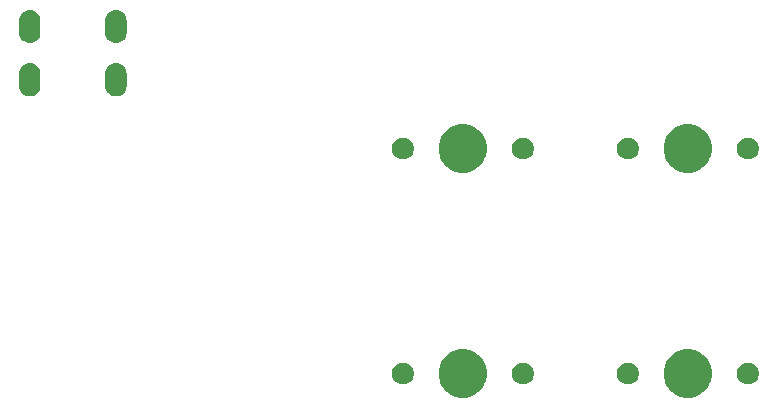
<source format=gts>
G04 #@! TF.GenerationSoftware,KiCad,Pcbnew,(5.1.5)-3*
G04 #@! TF.CreationDate,2020-03-21T14:26:23+08:00*
G04 #@! TF.ProjectId,PCB Design,50434220-4465-4736-9967-6e2e6b696361,rev?*
G04 #@! TF.SameCoordinates,Original*
G04 #@! TF.FileFunction,Soldermask,Top*
G04 #@! TF.FilePolarity,Negative*
%FSLAX46Y46*%
G04 Gerber Fmt 4.6, Leading zero omitted, Abs format (unit mm)*
G04 Created by KiCad (PCBNEW (5.1.5)-3) date 2020-03-21 14:26:23*
%MOMM*%
%LPD*%
G04 APERTURE LIST*
%ADD10C,0.100000*%
G04 APERTURE END LIST*
D10*
G36*
X208558974Y-153608684D02*
G01*
X208776974Y-153698983D01*
X208931123Y-153762833D01*
X209266048Y-153986623D01*
X209550877Y-154271452D01*
X209774667Y-154606377D01*
X209807062Y-154684586D01*
X209928816Y-154978526D01*
X210007400Y-155373594D01*
X210007400Y-155776406D01*
X209928816Y-156171474D01*
X209877951Y-156294272D01*
X209774667Y-156543623D01*
X209550877Y-156878548D01*
X209266048Y-157163377D01*
X208931123Y-157387167D01*
X208776974Y-157451017D01*
X208558974Y-157541316D01*
X208163906Y-157619900D01*
X207761094Y-157619900D01*
X207366026Y-157541316D01*
X207148026Y-157451017D01*
X206993877Y-157387167D01*
X206658952Y-157163377D01*
X206374123Y-156878548D01*
X206150333Y-156543623D01*
X206047049Y-156294272D01*
X205996184Y-156171474D01*
X205917600Y-155776406D01*
X205917600Y-155373594D01*
X205996184Y-154978526D01*
X206117938Y-154684586D01*
X206150333Y-154606377D01*
X206374123Y-154271452D01*
X206658952Y-153986623D01*
X206993877Y-153762833D01*
X207148026Y-153698983D01*
X207366026Y-153608684D01*
X207761094Y-153530100D01*
X208163906Y-153530100D01*
X208558974Y-153608684D01*
G37*
G36*
X227608974Y-153608684D02*
G01*
X227826974Y-153698983D01*
X227981123Y-153762833D01*
X228316048Y-153986623D01*
X228600877Y-154271452D01*
X228824667Y-154606377D01*
X228857062Y-154684586D01*
X228978816Y-154978526D01*
X229057400Y-155373594D01*
X229057400Y-155776406D01*
X228978816Y-156171474D01*
X228927951Y-156294272D01*
X228824667Y-156543623D01*
X228600877Y-156878548D01*
X228316048Y-157163377D01*
X227981123Y-157387167D01*
X227826974Y-157451017D01*
X227608974Y-157541316D01*
X227213906Y-157619900D01*
X226811094Y-157619900D01*
X226416026Y-157541316D01*
X226198026Y-157451017D01*
X226043877Y-157387167D01*
X225708952Y-157163377D01*
X225424123Y-156878548D01*
X225200333Y-156543623D01*
X225097049Y-156294272D01*
X225046184Y-156171474D01*
X224967600Y-155776406D01*
X224967600Y-155373594D01*
X225046184Y-154978526D01*
X225167938Y-154684586D01*
X225200333Y-154606377D01*
X225424123Y-154271452D01*
X225708952Y-153986623D01*
X226043877Y-153762833D01*
X226198026Y-153698983D01*
X226416026Y-153608684D01*
X226811094Y-153530100D01*
X227213906Y-153530100D01*
X227608974Y-153608684D01*
G37*
G36*
X232362604Y-154684585D02*
G01*
X232531126Y-154754389D01*
X232682791Y-154855728D01*
X232811772Y-154984709D01*
X232913111Y-155136374D01*
X232982915Y-155304896D01*
X233018500Y-155483797D01*
X233018500Y-155666203D01*
X232982915Y-155845104D01*
X232913111Y-156013626D01*
X232811772Y-156165291D01*
X232682791Y-156294272D01*
X232531126Y-156395611D01*
X232362604Y-156465415D01*
X232183703Y-156501000D01*
X232001297Y-156501000D01*
X231822396Y-156465415D01*
X231653874Y-156395611D01*
X231502209Y-156294272D01*
X231373228Y-156165291D01*
X231271889Y-156013626D01*
X231202085Y-155845104D01*
X231166500Y-155666203D01*
X231166500Y-155483797D01*
X231202085Y-155304896D01*
X231271889Y-155136374D01*
X231373228Y-154984709D01*
X231502209Y-154855728D01*
X231653874Y-154754389D01*
X231822396Y-154684585D01*
X232001297Y-154649000D01*
X232183703Y-154649000D01*
X232362604Y-154684585D01*
G37*
G36*
X222202604Y-154684585D02*
G01*
X222371126Y-154754389D01*
X222522791Y-154855728D01*
X222651772Y-154984709D01*
X222753111Y-155136374D01*
X222822915Y-155304896D01*
X222858500Y-155483797D01*
X222858500Y-155666203D01*
X222822915Y-155845104D01*
X222753111Y-156013626D01*
X222651772Y-156165291D01*
X222522791Y-156294272D01*
X222371126Y-156395611D01*
X222202604Y-156465415D01*
X222023703Y-156501000D01*
X221841297Y-156501000D01*
X221662396Y-156465415D01*
X221493874Y-156395611D01*
X221342209Y-156294272D01*
X221213228Y-156165291D01*
X221111889Y-156013626D01*
X221042085Y-155845104D01*
X221006500Y-155666203D01*
X221006500Y-155483797D01*
X221042085Y-155304896D01*
X221111889Y-155136374D01*
X221213228Y-154984709D01*
X221342209Y-154855728D01*
X221493874Y-154754389D01*
X221662396Y-154684585D01*
X221841297Y-154649000D01*
X222023703Y-154649000D01*
X222202604Y-154684585D01*
G37*
G36*
X213312604Y-154684585D02*
G01*
X213481126Y-154754389D01*
X213632791Y-154855728D01*
X213761772Y-154984709D01*
X213863111Y-155136374D01*
X213932915Y-155304896D01*
X213968500Y-155483797D01*
X213968500Y-155666203D01*
X213932915Y-155845104D01*
X213863111Y-156013626D01*
X213761772Y-156165291D01*
X213632791Y-156294272D01*
X213481126Y-156395611D01*
X213312604Y-156465415D01*
X213133703Y-156501000D01*
X212951297Y-156501000D01*
X212772396Y-156465415D01*
X212603874Y-156395611D01*
X212452209Y-156294272D01*
X212323228Y-156165291D01*
X212221889Y-156013626D01*
X212152085Y-155845104D01*
X212116500Y-155666203D01*
X212116500Y-155483797D01*
X212152085Y-155304896D01*
X212221889Y-155136374D01*
X212323228Y-154984709D01*
X212452209Y-154855728D01*
X212603874Y-154754389D01*
X212772396Y-154684585D01*
X212951297Y-154649000D01*
X213133703Y-154649000D01*
X213312604Y-154684585D01*
G37*
G36*
X203152604Y-154684585D02*
G01*
X203321126Y-154754389D01*
X203472791Y-154855728D01*
X203601772Y-154984709D01*
X203703111Y-155136374D01*
X203772915Y-155304896D01*
X203808500Y-155483797D01*
X203808500Y-155666203D01*
X203772915Y-155845104D01*
X203703111Y-156013626D01*
X203601772Y-156165291D01*
X203472791Y-156294272D01*
X203321126Y-156395611D01*
X203152604Y-156465415D01*
X202973703Y-156501000D01*
X202791297Y-156501000D01*
X202612396Y-156465415D01*
X202443874Y-156395611D01*
X202292209Y-156294272D01*
X202163228Y-156165291D01*
X202061889Y-156013626D01*
X201992085Y-155845104D01*
X201956500Y-155666203D01*
X201956500Y-155483797D01*
X201992085Y-155304896D01*
X202061889Y-155136374D01*
X202163228Y-154984709D01*
X202292209Y-154855728D01*
X202443874Y-154754389D01*
X202612396Y-154684585D01*
X202791297Y-154649000D01*
X202973703Y-154649000D01*
X203152604Y-154684585D01*
G37*
G36*
X208558974Y-134558684D02*
G01*
X208776974Y-134648983D01*
X208931123Y-134712833D01*
X209266048Y-134936623D01*
X209550877Y-135221452D01*
X209774667Y-135556377D01*
X209807062Y-135634586D01*
X209928816Y-135928526D01*
X210007400Y-136323594D01*
X210007400Y-136726406D01*
X209928816Y-137121474D01*
X209877951Y-137244272D01*
X209774667Y-137493623D01*
X209550877Y-137828548D01*
X209266048Y-138113377D01*
X208931123Y-138337167D01*
X208776974Y-138401017D01*
X208558974Y-138491316D01*
X208163906Y-138569900D01*
X207761094Y-138569900D01*
X207366026Y-138491316D01*
X207148026Y-138401017D01*
X206993877Y-138337167D01*
X206658952Y-138113377D01*
X206374123Y-137828548D01*
X206150333Y-137493623D01*
X206047049Y-137244272D01*
X205996184Y-137121474D01*
X205917600Y-136726406D01*
X205917600Y-136323594D01*
X205996184Y-135928526D01*
X206117938Y-135634586D01*
X206150333Y-135556377D01*
X206374123Y-135221452D01*
X206658952Y-134936623D01*
X206993877Y-134712833D01*
X207148026Y-134648983D01*
X207366026Y-134558684D01*
X207761094Y-134480100D01*
X208163906Y-134480100D01*
X208558974Y-134558684D01*
G37*
G36*
X227608974Y-134558684D02*
G01*
X227826974Y-134648983D01*
X227981123Y-134712833D01*
X228316048Y-134936623D01*
X228600877Y-135221452D01*
X228824667Y-135556377D01*
X228857062Y-135634586D01*
X228978816Y-135928526D01*
X229057400Y-136323594D01*
X229057400Y-136726406D01*
X228978816Y-137121474D01*
X228927951Y-137244272D01*
X228824667Y-137493623D01*
X228600877Y-137828548D01*
X228316048Y-138113377D01*
X227981123Y-138337167D01*
X227826974Y-138401017D01*
X227608974Y-138491316D01*
X227213906Y-138569900D01*
X226811094Y-138569900D01*
X226416026Y-138491316D01*
X226198026Y-138401017D01*
X226043877Y-138337167D01*
X225708952Y-138113377D01*
X225424123Y-137828548D01*
X225200333Y-137493623D01*
X225097049Y-137244272D01*
X225046184Y-137121474D01*
X224967600Y-136726406D01*
X224967600Y-136323594D01*
X225046184Y-135928526D01*
X225167938Y-135634586D01*
X225200333Y-135556377D01*
X225424123Y-135221452D01*
X225708952Y-134936623D01*
X226043877Y-134712833D01*
X226198026Y-134648983D01*
X226416026Y-134558684D01*
X226811094Y-134480100D01*
X227213906Y-134480100D01*
X227608974Y-134558684D01*
G37*
G36*
X213312604Y-135634585D02*
G01*
X213481126Y-135704389D01*
X213632791Y-135805728D01*
X213761772Y-135934709D01*
X213863111Y-136086374D01*
X213932915Y-136254896D01*
X213968500Y-136433797D01*
X213968500Y-136616203D01*
X213932915Y-136795104D01*
X213863111Y-136963626D01*
X213761772Y-137115291D01*
X213632791Y-137244272D01*
X213481126Y-137345611D01*
X213312604Y-137415415D01*
X213133703Y-137451000D01*
X212951297Y-137451000D01*
X212772396Y-137415415D01*
X212603874Y-137345611D01*
X212452209Y-137244272D01*
X212323228Y-137115291D01*
X212221889Y-136963626D01*
X212152085Y-136795104D01*
X212116500Y-136616203D01*
X212116500Y-136433797D01*
X212152085Y-136254896D01*
X212221889Y-136086374D01*
X212323228Y-135934709D01*
X212452209Y-135805728D01*
X212603874Y-135704389D01*
X212772396Y-135634585D01*
X212951297Y-135599000D01*
X213133703Y-135599000D01*
X213312604Y-135634585D01*
G37*
G36*
X203152604Y-135634585D02*
G01*
X203321126Y-135704389D01*
X203472791Y-135805728D01*
X203601772Y-135934709D01*
X203703111Y-136086374D01*
X203772915Y-136254896D01*
X203808500Y-136433797D01*
X203808500Y-136616203D01*
X203772915Y-136795104D01*
X203703111Y-136963626D01*
X203601772Y-137115291D01*
X203472791Y-137244272D01*
X203321126Y-137345611D01*
X203152604Y-137415415D01*
X202973703Y-137451000D01*
X202791297Y-137451000D01*
X202612396Y-137415415D01*
X202443874Y-137345611D01*
X202292209Y-137244272D01*
X202163228Y-137115291D01*
X202061889Y-136963626D01*
X201992085Y-136795104D01*
X201956500Y-136616203D01*
X201956500Y-136433797D01*
X201992085Y-136254896D01*
X202061889Y-136086374D01*
X202163228Y-135934709D01*
X202292209Y-135805728D01*
X202443874Y-135704389D01*
X202612396Y-135634585D01*
X202791297Y-135599000D01*
X202973703Y-135599000D01*
X203152604Y-135634585D01*
G37*
G36*
X222202604Y-135634585D02*
G01*
X222371126Y-135704389D01*
X222522791Y-135805728D01*
X222651772Y-135934709D01*
X222753111Y-136086374D01*
X222822915Y-136254896D01*
X222858500Y-136433797D01*
X222858500Y-136616203D01*
X222822915Y-136795104D01*
X222753111Y-136963626D01*
X222651772Y-137115291D01*
X222522791Y-137244272D01*
X222371126Y-137345611D01*
X222202604Y-137415415D01*
X222023703Y-137451000D01*
X221841297Y-137451000D01*
X221662396Y-137415415D01*
X221493874Y-137345611D01*
X221342209Y-137244272D01*
X221213228Y-137115291D01*
X221111889Y-136963626D01*
X221042085Y-136795104D01*
X221006500Y-136616203D01*
X221006500Y-136433797D01*
X221042085Y-136254896D01*
X221111889Y-136086374D01*
X221213228Y-135934709D01*
X221342209Y-135805728D01*
X221493874Y-135704389D01*
X221662396Y-135634585D01*
X221841297Y-135599000D01*
X222023703Y-135599000D01*
X222202604Y-135634585D01*
G37*
G36*
X232362604Y-135634585D02*
G01*
X232531126Y-135704389D01*
X232682791Y-135805728D01*
X232811772Y-135934709D01*
X232913111Y-136086374D01*
X232982915Y-136254896D01*
X233018500Y-136433797D01*
X233018500Y-136616203D01*
X232982915Y-136795104D01*
X232913111Y-136963626D01*
X232811772Y-137115291D01*
X232682791Y-137244272D01*
X232531126Y-137345611D01*
X232362604Y-137415415D01*
X232183703Y-137451000D01*
X232001297Y-137451000D01*
X231822396Y-137415415D01*
X231653874Y-137345611D01*
X231502209Y-137244272D01*
X231373228Y-137115291D01*
X231271889Y-136963626D01*
X231202085Y-136795104D01*
X231166500Y-136616203D01*
X231166500Y-136433797D01*
X231202085Y-136254896D01*
X231271889Y-136086374D01*
X231373228Y-135934709D01*
X231502209Y-135805728D01*
X231653874Y-135704389D01*
X231822396Y-135634585D01*
X232001297Y-135599000D01*
X232183703Y-135599000D01*
X232362604Y-135634585D01*
G37*
G36*
X171470377Y-129318287D02*
G01*
X171640216Y-129369807D01*
X171796741Y-129453472D01*
X171832479Y-129482802D01*
X171933936Y-129566064D01*
X172017198Y-129667521D01*
X172046528Y-129703259D01*
X172130193Y-129859784D01*
X172181713Y-130029623D01*
X172194750Y-130161992D01*
X172194750Y-131250508D01*
X172181713Y-131382877D01*
X172130193Y-131552716D01*
X172046528Y-131709241D01*
X172017198Y-131744979D01*
X171933936Y-131846436D01*
X171796739Y-131959029D01*
X171640217Y-132042692D01*
X171640215Y-132042693D01*
X171470376Y-132094213D01*
X171293750Y-132111609D01*
X171117123Y-132094213D01*
X170947284Y-132042693D01*
X170790759Y-131959028D01*
X170755021Y-131929698D01*
X170653564Y-131846436D01*
X170540971Y-131709239D01*
X170457308Y-131552717D01*
X170457307Y-131552715D01*
X170405787Y-131382876D01*
X170392750Y-131250507D01*
X170392751Y-130161992D01*
X170405788Y-130029623D01*
X170457308Y-129859784D01*
X170540973Y-129703259D01*
X170570303Y-129667521D01*
X170653565Y-129566064D01*
X170755022Y-129482802D01*
X170790760Y-129453472D01*
X170947285Y-129369807D01*
X171117124Y-129318287D01*
X171293750Y-129300891D01*
X171470377Y-129318287D01*
G37*
G36*
X178770377Y-129318287D02*
G01*
X178940216Y-129369807D01*
X179096741Y-129453472D01*
X179132479Y-129482802D01*
X179233936Y-129566064D01*
X179317198Y-129667521D01*
X179346528Y-129703259D01*
X179430193Y-129859784D01*
X179481713Y-130029623D01*
X179494750Y-130161992D01*
X179494750Y-131250508D01*
X179481713Y-131382877D01*
X179430193Y-131552716D01*
X179346528Y-131709241D01*
X179317198Y-131744979D01*
X179233936Y-131846436D01*
X179096739Y-131959029D01*
X178940217Y-132042692D01*
X178940215Y-132042693D01*
X178770376Y-132094213D01*
X178593750Y-132111609D01*
X178417123Y-132094213D01*
X178247284Y-132042693D01*
X178090759Y-131959028D01*
X178055021Y-131929698D01*
X177953564Y-131846436D01*
X177840971Y-131709239D01*
X177757308Y-131552717D01*
X177757307Y-131552715D01*
X177705787Y-131382876D01*
X177692750Y-131250507D01*
X177692751Y-130161992D01*
X177705788Y-130029623D01*
X177757308Y-129859784D01*
X177840973Y-129703259D01*
X177870303Y-129667521D01*
X177953565Y-129566064D01*
X178055022Y-129482802D01*
X178090760Y-129453472D01*
X178247285Y-129369807D01*
X178417124Y-129318287D01*
X178593750Y-129300891D01*
X178770377Y-129318287D01*
G37*
G36*
X171470377Y-124818287D02*
G01*
X171640216Y-124869807D01*
X171796741Y-124953472D01*
X171832479Y-124982802D01*
X171933936Y-125066064D01*
X172017198Y-125167521D01*
X172046528Y-125203259D01*
X172130193Y-125359784D01*
X172181713Y-125529623D01*
X172194750Y-125661992D01*
X172194750Y-126750508D01*
X172181713Y-126882877D01*
X172130193Y-127052716D01*
X172046528Y-127209241D01*
X172017198Y-127244979D01*
X171933936Y-127346436D01*
X171796739Y-127459029D01*
X171640217Y-127542692D01*
X171640215Y-127542693D01*
X171470376Y-127594213D01*
X171293750Y-127611609D01*
X171117123Y-127594213D01*
X170947284Y-127542693D01*
X170790759Y-127459028D01*
X170755021Y-127429698D01*
X170653564Y-127346436D01*
X170540971Y-127209239D01*
X170457308Y-127052717D01*
X170457307Y-127052715D01*
X170405787Y-126882876D01*
X170392750Y-126750507D01*
X170392751Y-125661992D01*
X170405788Y-125529623D01*
X170457308Y-125359784D01*
X170540973Y-125203259D01*
X170570303Y-125167521D01*
X170653565Y-125066064D01*
X170755022Y-124982802D01*
X170790760Y-124953472D01*
X170947285Y-124869807D01*
X171117124Y-124818287D01*
X171293750Y-124800891D01*
X171470377Y-124818287D01*
G37*
G36*
X178770377Y-124818287D02*
G01*
X178940216Y-124869807D01*
X179096741Y-124953472D01*
X179132479Y-124982802D01*
X179233936Y-125066064D01*
X179317198Y-125167521D01*
X179346528Y-125203259D01*
X179430193Y-125359784D01*
X179481713Y-125529623D01*
X179494750Y-125661992D01*
X179494750Y-126750508D01*
X179481713Y-126882877D01*
X179430193Y-127052716D01*
X179346528Y-127209241D01*
X179317198Y-127244979D01*
X179233936Y-127346436D01*
X179096739Y-127459029D01*
X178940217Y-127542692D01*
X178940215Y-127542693D01*
X178770376Y-127594213D01*
X178593750Y-127611609D01*
X178417123Y-127594213D01*
X178247284Y-127542693D01*
X178090759Y-127459028D01*
X178055021Y-127429698D01*
X177953564Y-127346436D01*
X177840971Y-127209239D01*
X177757308Y-127052717D01*
X177757307Y-127052715D01*
X177705787Y-126882876D01*
X177692750Y-126750507D01*
X177692751Y-125661992D01*
X177705788Y-125529623D01*
X177757308Y-125359784D01*
X177840973Y-125203259D01*
X177870303Y-125167521D01*
X177953565Y-125066064D01*
X178055022Y-124982802D01*
X178090760Y-124953472D01*
X178247285Y-124869807D01*
X178417124Y-124818287D01*
X178593750Y-124800891D01*
X178770377Y-124818287D01*
G37*
M02*

</source>
